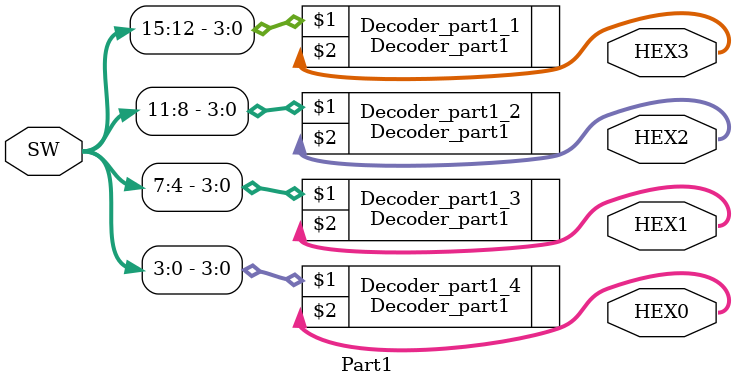
<source format=sv>
module Part1(input [15:0]SW, output [0:6]HEX3,HEX2,HEX1,HEX0);
    Decoder_part1 Decoder_part1_1(SW[15:12],HEX3[0:6]);//input [3:0]foo, output [0:6]lambda
    Decoder_part1 Decoder_part1_2(SW[11:8],HEX2[0:6]);
    Decoder_part1 Decoder_part1_3(SW[7:4],HEX1[0:6]);
    Decoder_part1 Decoder_part1_4(SW[3:0],HEX0[0:6]);
endmodule
</source>
